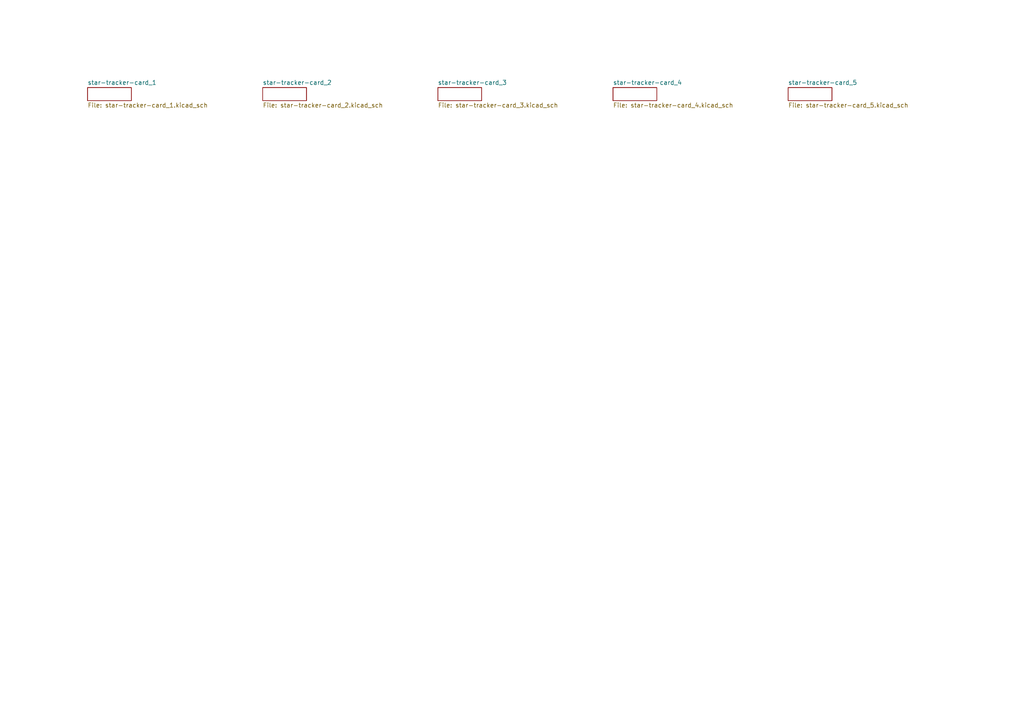
<source format=kicad_sch>
(kicad_sch
	(version 20250114)
	(generator "eeschema")
	(generator_version "9.0")
	(uuid "324e9eb5-7420-4b7e-862c-cc20bb28618a")
	(paper "A4")
	(lib_symbols)
	(sheet
		(at 177.8 25.4)
		(size 12.7 3.81)
		(exclude_from_sim no)
		(in_bom yes)
		(on_board yes)
		(dnp no)
		(fields_autoplaced yes)
		(stroke
			(width 0)
			(type solid)
		)
		(fill
			(color 0 0 0 0.0000)
		)
		(uuid "180c7308-0a0c-41f6-9c76-108b10aa05c2")
		(property "Sheetname" "star-tracker-card_4"
			(at 177.8 24.6884 0)
			(effects
				(font
					(size 1.27 1.27)
				)
				(justify left bottom)
			)
		)
		(property "Sheetfile" "star-tracker-card_4.kicad_sch"
			(at 177.8 29.7946 0)
			(effects
				(font
					(size 1.27 1.27)
				)
				(justify left top)
			)
		)
		(instances
			(project "star-tracker-card"
				(path "/324e9eb5-7420-4b7e-862c-cc20bb28618a"
					(page "4")
				)
			)
		)
	)
	(sheet
		(at 228.6 25.4)
		(size 12.7 3.81)
		(exclude_from_sim no)
		(in_bom yes)
		(on_board yes)
		(dnp no)
		(fields_autoplaced yes)
		(stroke
			(width 0)
			(type solid)
		)
		(fill
			(color 0 0 0 0.0000)
		)
		(uuid "27f3aeed-347f-4362-9166-18725d92163b")
		(property "Sheetname" "star-tracker-card_5"
			(at 228.6 24.6884 0)
			(effects
				(font
					(size 1.27 1.27)
				)
				(justify left bottom)
			)
		)
		(property "Sheetfile" "star-tracker-card_5.kicad_sch"
			(at 228.6 29.7946 0)
			(effects
				(font
					(size 1.27 1.27)
				)
				(justify left top)
			)
		)
		(instances
			(project "star-tracker-card"
				(path "/324e9eb5-7420-4b7e-862c-cc20bb28618a"
					(page "5")
				)
			)
		)
	)
	(sheet
		(at 25.4 25.4)
		(size 12.7 3.81)
		(exclude_from_sim no)
		(in_bom yes)
		(on_board yes)
		(dnp no)
		(fields_autoplaced yes)
		(stroke
			(width 0)
			(type solid)
		)
		(fill
			(color 0 0 0 0.0000)
		)
		(uuid "5c15621b-beb3-4a89-9b40-ee1802c4f8e5")
		(property "Sheetname" "star-tracker-card_1"
			(at 25.4 24.6884 0)
			(effects
				(font
					(size 1.27 1.27)
				)
				(justify left bottom)
			)
		)
		(property "Sheetfile" "star-tracker-card_1.kicad_sch"
			(at 25.4 29.7946 0)
			(effects
				(font
					(size 1.27 1.27)
				)
				(justify left top)
			)
		)
		(instances
			(project "star-tracker-card"
				(path "/324e9eb5-7420-4b7e-862c-cc20bb28618a"
					(page "1")
				)
			)
		)
	)
	(sheet
		(at 76.2 25.4)
		(size 12.7 3.81)
		(exclude_from_sim no)
		(in_bom yes)
		(on_board yes)
		(dnp no)
		(fields_autoplaced yes)
		(stroke
			(width 0)
			(type solid)
		)
		(fill
			(color 0 0 0 0.0000)
		)
		(uuid "79e6f5da-9b7e-4636-a735-d76e4a141190")
		(property "Sheetname" "star-tracker-card_2"
			(at 76.2 24.6884 0)
			(effects
				(font
					(size 1.27 1.27)
				)
				(justify left bottom)
			)
		)
		(property "Sheetfile" "star-tracker-card_2.kicad_sch"
			(at 76.2 29.7946 0)
			(effects
				(font
					(size 1.27 1.27)
				)
				(justify left top)
			)
		)
		(instances
			(project "star-tracker-card"
				(path "/324e9eb5-7420-4b7e-862c-cc20bb28618a"
					(page "2")
				)
			)
		)
	)
	(sheet
		(at 127 25.4)
		(size 12.7 3.81)
		(exclude_from_sim no)
		(in_bom yes)
		(on_board yes)
		(dnp no)
		(fields_autoplaced yes)
		(stroke
			(width 0)
			(type solid)
		)
		(fill
			(color 0 0 0 0.0000)
		)
		(uuid "c38dcfbe-e8e3-410e-98db-09d235320446")
		(property "Sheetname" "star-tracker-card_3"
			(at 127 24.6884 0)
			(effects
				(font
					(size 1.27 1.27)
				)
				(justify left bottom)
			)
		)
		(property "Sheetfile" "star-tracker-card_3.kicad_sch"
			(at 127 29.7946 0)
			(effects
				(font
					(size 1.27 1.27)
				)
				(justify left top)
			)
		)
		(instances
			(project "star-tracker-card"
				(path "/324e9eb5-7420-4b7e-862c-cc20bb28618a"
					(page "3")
				)
			)
		)
	)
	(sheet_instances
		(path "/"
			(page "1")
		)
	)
	(embedded_fonts no)
)

</source>
